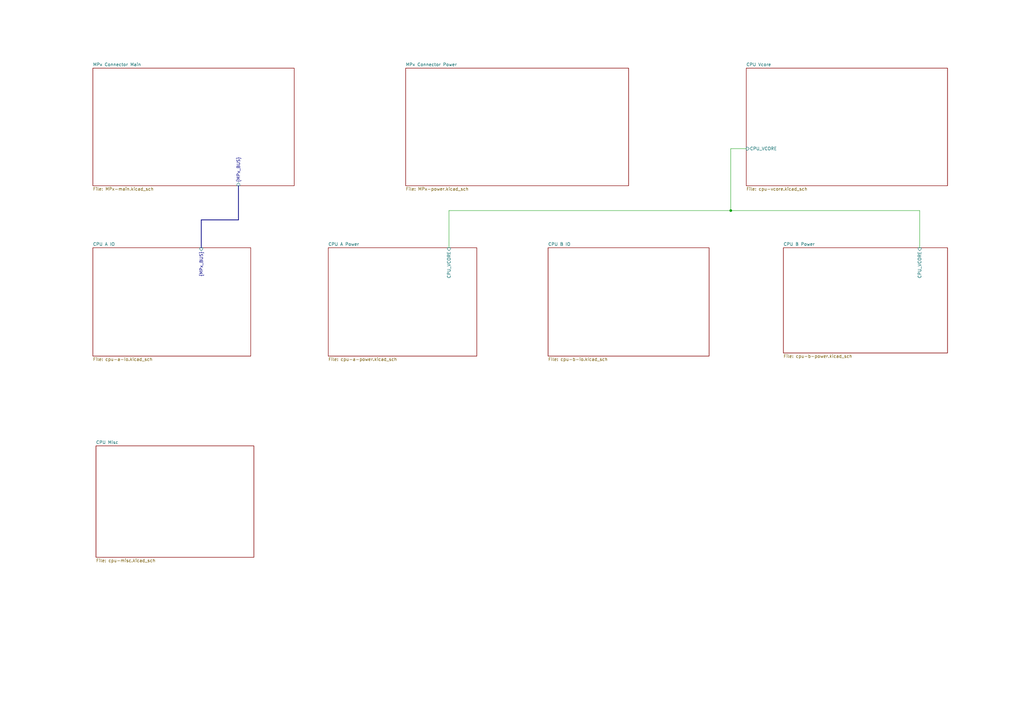
<source format=kicad_sch>
(kicad_sch (version 20211123) (generator eeschema)
  (paper "A3")
  (lib_symbols)
  (bus_alias "MPx_BUS" (members "MPx_DATA<10>" "MPx_ADDR<21>" "MPx_AACK" "MPx_QACK" "MPx_*TS" "MPx_INT" "MPx_PMON_IN" "MPx_ARTRY" "MPx_DATA<21>" "MPx_TT<1>" "MPx_DATA<5>" "MPx_DATA<2>" "MPx_*SMI" "MPx_DTI<0>" "MPx_DATA<32>" "MPx_DTI<3>" "MPx_DATA<22>" "MPx_ADDR<18>" "MPx_DATA<26>" "MPx_TRST" "MPx_ADDR<12>" "MPx_DATA<49>" "MPx_TSIZ<0>" "MPx_CI" "MPx_ADDR<6>" "MPx_DATA<34>" "MPx_ADDR<8>" "MPx_ADDR<19>" "MPx_ADDR<14>" "MPx_ADDR<10>" "MPx_DATA<38>" "MPx_BG" "MPx_DATA<48>" "MPx_DATA<53>" "MPx_ADDR<24>" "MPx_DATA<14>" "MPx_TBEN" "MPx_DATA<31>" "MPx_DATA<27>" "MPx_ADDR<11>" "MPx_DATA<44>" "MPx_TDI" "MPx_DATA<40>" "MPx_DATA<35>" "MPx_SRESET" "MPx_DATA<30>" "MPx_DATA<13>" "MPx_DATA<8>" "MPx_ADDR<7>" "MPx_DATA<42>" "MPx_DATA<0>" "MPx_DATA<4>" "MPx_DATA<50>" "MPx_TCK" "MPx_DATA<25>" "MPx_DATA<7>" "MPx_DATA<59>" "MPx_DATA<29>" "MPx_WT" "MPx_SYSCLK" "MPx_DATA<17>" "MPx_ADDR<16>" "MPx_TT<4>" "MPx_DATA<12>" "MPx_DATA<19>" "MPx_ADDR<9>" "MPx_DATA<18>" "MPx_ADDR<3>" "MPx_DATA<23>" "MPx_DATA<45>" "MPx_DATA<36>" "MPx_DATA<24>" "MPx_DTI<2>" "MPx_DATA<3>" "MPx_DATA<15>" "MPx_ADDR<4>" "MPx_DATA<6>" "MPx_DATA<20>" "MPx_TA" "MPx_TT<2>" "MPx_DATA<62>" "MPx_DATA<46>" "MPx_DATA<51>" "MPx_DATA<60>" "MPx_TMS" "MPx_ADDR<15>" "MPx_TSIZ<1>" "MPx_DTI<1>" "MPx_GBL" "MPx_TT<3>" "MPx_TSIZ<2>" "MPx_ADDR<30>" "MPx_TT<0>" "MPx_DATA<1>" "MPx_DATA<61>" "MPx_ADDR<5>" "MPx_DATA<33>" "MPx_TDO" "MPx_ADDR<0>" "MPx_ADDR<26>" "MPx_DATA<16>" "MPx_ADDR<28>" "MPx_DATA<56>" "MPx_DATA<63>" "MPx_DATA<39>" "MPx_ADDR<1>" "MPx_DATA<47>" "MPx_HRESET" "MPx_*TBST" "MPx_ADDR<31>" "MPx_CHKSTP" "MPx_DATA<9>" "MPx_ADDR<17>" "MPx_BR" "MPx_ADDR<2>" "MPx_DATA<54>" "MPx_ADDR<22>" "MPx_ADDR<13>" "MPx_DATA<28>" "MPx_DATA<37>" "MPx_DATA<55>" "MPx_DATA<58>" "MPx_ADDR<27>" "MPx_DATA<43>" "MPx_DATA<41>" "MPx_DRDY" "MPx_ADDR<25>" "MPx_ADDR<23>" "MPx_DBG" "MPx_DATA<57>" "MPx_ADDR<20>" "MPx_QREQ" "MPx_HIT" "MPx_DATA<52>" "MPx_DATA<11>" "MPx_TEA" "MPx_ADDR<29>"))
  (junction (at 299.72 86.36))
  (wire (pts (xy 306.07 60.96) (xy 299.72 60.96)))
  (wire (pts (xy 299.72 86.36) (xy 184.15 86.36)))
  (wire (pts (xy 377.19 86.36) (xy 377.19 101.6)))
  (bus (pts (xy 82.55 90.17) (xy 97.79 90.17)))
  (bus (pts (xy 82.55 101.6) (xy 82.55 90.17)))
  (wire (pts (xy 299.72 86.36) (xy 377.19 86.36)))
  (wire (pts (xy 184.15 86.36) (xy 184.15 101.6)))
  (wire (pts (xy 299.72 60.96) (xy 299.72 86.36)))
  (bus (pts (xy 97.79 90.17) (xy 97.79 76.2)))
  (sheet (at 38.1 27.94) (size 82.55 48.26) (stroke (width 0.1524))
    (property "Sheet name" "MPx Connector Main" (at 38.1 27.2284 0) (effects (justify left bottom)))
    (property "Sheet file" "MPx-main.kicad_sch" (at 38.1 76.7846 0) (effects (justify left top)))
    (pin "{MPx_BUS}" input (at 97.79 76.2 270))
  )
  (sheet (at 224.79 101.6) (size 66.04 44.45) (stroke (width 0.1524))
    (property "Sheet name" "CPU B IO" (at 224.79 100.8884 0) (effects (justify left bottom)))
    (property "Sheet file" "cpu-b-io.kicad_sch" (at 224.79 146.6346 0) (effects (justify left top)))
  )
  (sheet (at 39.37 182.88) (size 64.77 45.72) (stroke (width 0.1524))
    (property "Sheet name" "CPU Misc" (at 39.37 182.1684 0) (effects (justify left bottom)))
    (property "Sheet file" "cpu-misc.kicad_sch" (at 39.37 229.1846 0) (effects (justify left top)))
  )
  (sheet (at 306.07 27.94) (size 82.55 48.26) (stroke (width 0.1524))
    (property "Sheet name" "CPU Vcore" (at 306.07 27.2284 0) (effects (justify left bottom)))
    (property "Sheet file" "cpu-vcore.kicad_sch" (at 306.07 76.7846 0) (effects (justify left top)))
    (pin "CPU_VCORE" input (at 306.07 60.96 180))
  )
  (sheet (at 166.37 27.94) (size 91.44 48.26) (stroke (width 0.1524))
    (property "Sheet name" "MPx Connector Power" (at 166.37 27.2284 0) (effects (justify left bottom)))
    (property "Sheet file" "MPx-power.kicad_sch" (at 166.37 76.7846 0) (effects (justify left top)))
  )
  (sheet (at 38.1 101.6) (size 64.77 44.45) (stroke (width 0.1524))
    (property "Sheet name" "CPU A IO" (at 38.1 100.8884 0) (effects (justify left bottom)))
    (property "Sheet file" "cpu-a-io.kicad_sch" (at 38.1 146.6346 0) (effects (justify left top)))
    (pin "{MPx_BUS}" input (at 82.55 101.6 90))
  )
  (sheet (at 321.31 101.6) (size 67.31 43.18) (stroke (width 0.1524))
    (property "Sheet name" "CPU B Power" (at 321.31 100.8884 0) (effects (justify left bottom)))
    (property "Sheet file" "cpu-b-power.kicad_sch" (at 321.31 145.3646 0) (effects (justify left top)))
    (pin "CPU_VCORE" input (at 377.19 101.6 90))
  )
  (sheet (at 134.62 101.6) (size 60.96 44.45) (stroke (width 0.1524))
    (property "Sheet name" "CPU A Power" (at 134.62 100.8884 0) (effects (justify left bottom)))
    (property "Sheet file" "cpu-a-power.kicad_sch" (at 134.62 146.6346 0) (effects (justify left top)))
    (pin "CPU_VCORE" input (at 184.15 101.6 90))
  )
)
</source>
